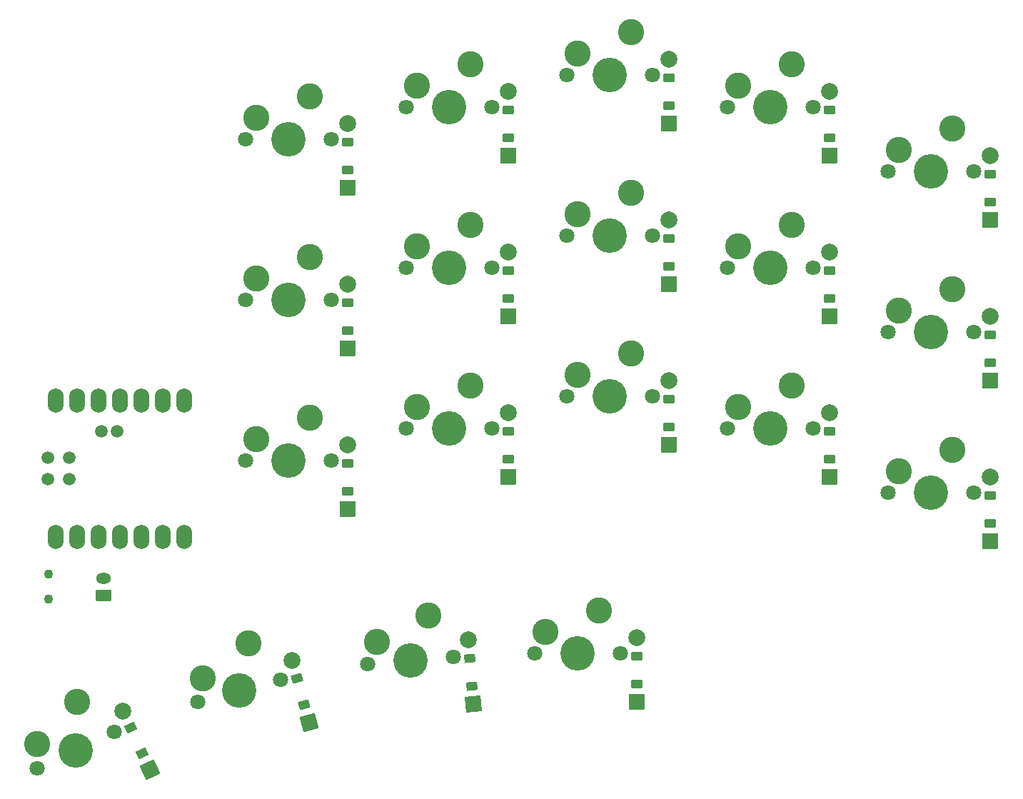
<source format=gbr>
%TF.GenerationSoftware,KiCad,Pcbnew,9.0.6*%
%TF.CreationDate,2026-01-03T00:52:40-08:00*%
%TF.ProjectId,pcb_right,7063625f-7269-4676-9874-2e6b69636164,4.2.1*%
%TF.SameCoordinates,Original*%
%TF.FileFunction,Soldermask,Top*%
%TF.FilePolarity,Negative*%
%FSLAX46Y46*%
G04 Gerber Fmt 4.6, Leading zero omitted, Abs format (unit mm)*
G04 Created by KiCad (PCBNEW 9.0.6) date 2026-01-03 00:52:40*
%MOMM*%
%LPD*%
G01*
G04 APERTURE LIST*
G04 Aperture macros list*
%AMRoundRect*
0 Rectangle with rounded corners*
0 $1 Rounding radius*
0 $2 $3 $4 $5 $6 $7 $8 $9 X,Y pos of 4 corners*
0 Add a 4 corners polygon primitive as box body*
4,1,4,$2,$3,$4,$5,$6,$7,$8,$9,$2,$3,0*
0 Add four circle primitives for the rounded corners*
1,1,$1+$1,$2,$3*
1,1,$1+$1,$4,$5*
1,1,$1+$1,$6,$7*
1,1,$1+$1,$8,$9*
0 Add four rect primitives between the rounded corners*
20,1,$1+$1,$2,$3,$4,$5,0*
20,1,$1+$1,$4,$5,$6,$7,0*
20,1,$1+$1,$6,$7,$8,$9,0*
20,1,$1+$1,$8,$9,$2,$3,0*%
G04 Aperture macros list end*
%ADD10C,1.100000*%
%ADD11C,1.801800*%
%ADD12C,3.100000*%
%ADD13C,4.087800*%
%ADD14RoundRect,0.050000X0.889000X-0.889000X0.889000X0.889000X-0.889000X0.889000X-0.889000X-0.889000X0*%
%ADD15RoundRect,0.050000X0.600000X-0.450000X0.600000X0.450000X-0.600000X0.450000X-0.600000X-0.450000X0*%
%ADD16C,2.005000*%
%ADD17O,1.900000X2.850000*%
%ADD18C,1.497000*%
%ADD19RoundRect,0.050000X1.088798X-0.628618X0.628618X1.088798X-1.088798X0.628618X-0.628618X-1.088798X0*%
%ADD20RoundRect,0.050000X0.696024X-0.279375X0.463087X0.589958X-0.696024X0.279375X-0.463087X-0.589958X0*%
%ADD21RoundRect,0.050000X0.850000X-0.600000X0.850000X0.600000X-0.850000X0.600000X-0.850000X-0.600000X0*%
%ADD22O,1.800000X1.300000*%
%ADD23RoundRect,0.050000X0.963099X-0.808136X0.808136X0.963099X-0.963099X0.808136X-0.808136X-0.963099X0*%
%ADD24RoundRect,0.050000X0.636937X-0.395994X0.558497X0.500581X-0.636937X0.395994X-0.558497X-0.500581X0*%
%ADD25RoundRect,0.050000X1.181415X-0.430000X0.430000X1.181415X-1.181415X0.430000X-0.430000X-1.181415X0*%
%ADD26RoundRect,0.050000X0.733963X-0.154268X0.353606X0.661409X-0.733963X0.154268X-0.353606X-0.661409X0*%
G04 APERTURE END LIST*
D10*
%TO.C,T1*%
X227700000Y-162690000D03*
X227700000Y-159690000D03*
%TD*%
D11*
%TO.C,S15*%
X251120000Y-108090000D03*
D12*
X252390000Y-105550000D03*
D13*
X256200000Y-108090000D03*
D12*
X258740000Y-103010000D03*
D11*
X261280000Y-108090000D03*
%TD*%
D14*
%TO.C,D5*%
X320350000Y-129140000D03*
D15*
X320350000Y-126980000D03*
X320350000Y-123680000D03*
D16*
X320350000Y-121520000D03*
%TD*%
D14*
%TO.C,D2*%
X339400000Y-136760000D03*
D15*
X339400000Y-134600000D03*
X339400000Y-131300000D03*
D16*
X339400000Y-129140000D03*
%TD*%
D14*
%TO.C,D9*%
X301300000Y-106280000D03*
D15*
X301300000Y-104120000D03*
X301300000Y-100820000D03*
D16*
X301300000Y-98660000D03*
%TD*%
D17*
%TO.C,_1*%
X228580000Y-155285000D03*
X231120000Y-155285000D03*
X233660000Y-155285000D03*
X236200000Y-155285000D03*
X238740000Y-155285000D03*
X241280000Y-155285000D03*
X243820000Y-155285000D03*
D18*
X227628000Y-148460000D03*
X230168000Y-148460000D03*
D17*
X243820000Y-139095000D03*
X241280000Y-139095000D03*
X238740000Y-139095000D03*
X236200000Y-139095000D03*
X233660000Y-139095000D03*
X231120000Y-139095000D03*
X228580000Y-139095000D03*
D18*
X227628000Y-145920000D03*
X230168000Y-145920000D03*
X235883000Y-142745000D03*
X233978000Y-142745000D03*
%TD*%
D11*
%TO.C,S11*%
X270170000Y-123330000D03*
D12*
X271440000Y-120790000D03*
D13*
X275250000Y-123330000D03*
D12*
X277790000Y-118250000D03*
D11*
X280330000Y-123330000D03*
%TD*%
%TO.C,S16*%
X285410000Y-169050000D03*
D12*
X286680000Y-166510000D03*
D13*
X290490000Y-169050000D03*
D12*
X293030000Y-163970000D03*
D11*
X295570000Y-169050000D03*
%TD*%
D14*
%TO.C,D14*%
X263200000Y-132950000D03*
D15*
X263200000Y-130790000D03*
X263200000Y-127490000D03*
D16*
X263200000Y-125330000D03*
%TD*%
D11*
%TO.C,S2*%
X327320000Y-130950000D03*
D12*
X328590000Y-128410000D03*
D13*
X332400000Y-130950000D03*
D12*
X334940000Y-125870000D03*
D11*
X337480000Y-130950000D03*
%TD*%
%TO.C,S1*%
X327320000Y-150000000D03*
D12*
X328590000Y-147460000D03*
D13*
X332400000Y-150000000D03*
D12*
X334940000Y-144920000D03*
D11*
X337480000Y-150000000D03*
%TD*%
%TO.C,S3*%
X327320000Y-111900000D03*
D12*
X328590000Y-109360000D03*
D13*
X332400000Y-111900000D03*
D12*
X334940000Y-106820000D03*
D11*
X337480000Y-111900000D03*
%TD*%
D14*
%TO.C,D3*%
X339400000Y-117710000D03*
D15*
X339400000Y-115550000D03*
X339400000Y-112250000D03*
D16*
X339400000Y-110090000D03*
%TD*%
D11*
%TO.C,S6*%
X308270000Y-104280000D03*
D12*
X309540000Y-101740000D03*
D13*
X313350000Y-104280000D03*
D12*
X315890000Y-99200000D03*
D11*
X318430000Y-104280000D03*
%TD*%
D19*
%TO.C,D18*%
X258587017Y-177300420D03*
D20*
X258027965Y-175214021D03*
X257173865Y-172026465D03*
D16*
X256614813Y-169940066D03*
%TD*%
D14*
%TO.C,D15*%
X263200000Y-113900000D03*
D15*
X263200000Y-111740000D03*
X263200000Y-108440000D03*
D16*
X263200000Y-106280000D03*
%TD*%
D11*
%TO.C,S7*%
X289220000Y-138570000D03*
D12*
X290490000Y-136030000D03*
D13*
X294300000Y-138570000D03*
D12*
X296840000Y-133490000D03*
D11*
X299380000Y-138570000D03*
%TD*%
%TO.C,S10*%
X270170000Y-142380000D03*
D12*
X271440000Y-139840000D03*
D13*
X275250000Y-142380000D03*
D12*
X277790000Y-137300000D03*
D11*
X280330000Y-142380000D03*
%TD*%
D14*
%TO.C,D11*%
X282250000Y-129140000D03*
D15*
X282250000Y-126980000D03*
X282250000Y-123680000D03*
D16*
X282250000Y-121520000D03*
%TD*%
D14*
%TO.C,D4*%
X320350000Y-148190000D03*
D15*
X320350000Y-146030000D03*
X320350000Y-142730000D03*
D16*
X320350000Y-140570000D03*
%TD*%
D14*
%TO.C,D16*%
X297490000Y-174860000D03*
D15*
X297490000Y-172700000D03*
X297490000Y-169400000D03*
D16*
X297490000Y-167240000D03*
%TD*%
D11*
%TO.C,S17*%
X265585418Y-170359155D03*
D12*
X266629210Y-167718133D03*
D13*
X270646087Y-169916404D03*
D12*
X272733670Y-164634359D03*
D11*
X275706756Y-169473653D03*
%TD*%
D14*
%TO.C,D8*%
X301300000Y-125330000D03*
D15*
X301300000Y-123170000D03*
X301300000Y-119870000D03*
D16*
X301300000Y-117710000D03*
%TD*%
D14*
%TO.C,D1*%
X339400000Y-155810000D03*
D15*
X339400000Y-153650000D03*
X339400000Y-150350000D03*
D16*
X339400000Y-148190000D03*
%TD*%
D14*
%TO.C,D10*%
X282250000Y-148190000D03*
D15*
X282250000Y-146030000D03*
X282250000Y-142730000D03*
D16*
X282250000Y-140570000D03*
%TD*%
D11*
%TO.C,S19*%
X226324539Y-182705578D03*
D12*
X226402100Y-179866831D03*
D13*
X230928583Y-180558677D03*
D12*
X231083704Y-174881183D03*
D11*
X235532627Y-178411776D03*
%TD*%
D21*
%TO.C,JST1*%
X234200000Y-162190000D03*
D22*
X234200000Y-160190000D03*
%TD*%
D11*
%TO.C,S13*%
X251120000Y-146190000D03*
D12*
X252390000Y-143650000D03*
D13*
X256200000Y-146190000D03*
D12*
X258740000Y-141110000D03*
D11*
X261280000Y-146190000D03*
%TD*%
%TO.C,S9*%
X289220000Y-100470000D03*
D12*
X290490000Y-97930000D03*
D13*
X294300000Y-100470000D03*
D12*
X296840000Y-95390000D03*
D11*
X299380000Y-100470000D03*
%TD*%
%TO.C,S5*%
X308270000Y-123330000D03*
D12*
X309540000Y-120790000D03*
D13*
X313350000Y-123330000D03*
D12*
X315890000Y-118250000D03*
D11*
X318430000Y-123330000D03*
%TD*%
%TO.C,S14*%
X251120000Y-127140000D03*
D12*
X252390000Y-124600000D03*
D13*
X256200000Y-127140000D03*
D12*
X258740000Y-122060000D03*
D11*
X261280000Y-127140000D03*
%TD*%
%TO.C,S12*%
X270170000Y-104280000D03*
D12*
X271440000Y-101740000D03*
D13*
X275250000Y-104280000D03*
D12*
X277790000Y-99200000D03*
D11*
X280330000Y-104280000D03*
%TD*%
D14*
%TO.C,D13*%
X263200000Y-152000000D03*
D15*
X263200000Y-149840000D03*
X263200000Y-146540000D03*
D16*
X263200000Y-144380000D03*
%TD*%
D23*
%TO.C,D17*%
X278125824Y-175094205D03*
D24*
X277937568Y-172942424D03*
X277649954Y-169654982D03*
D16*
X277461698Y-167503201D03*
%TD*%
D14*
%TO.C,D6*%
X320350000Y-110090000D03*
D15*
X320350000Y-107930000D03*
X320350000Y-104630000D03*
D16*
X320350000Y-102470000D03*
%TD*%
D11*
%TO.C,S8*%
X289220000Y-119520000D03*
D12*
X290490000Y-116980000D03*
D13*
X294300000Y-119520000D03*
D12*
X296840000Y-114440000D03*
D11*
X299380000Y-119520000D03*
%TD*%
%TO.C,S18*%
X245414893Y-174814926D03*
D12*
X245984218Y-172032774D03*
D13*
X250321796Y-173500125D03*
D12*
X251460447Y-167935821D03*
D11*
X255228699Y-172185324D03*
%TD*%
D14*
%TO.C,D7*%
X301300000Y-144380000D03*
D15*
X301300000Y-142220000D03*
X301300000Y-138920000D03*
D16*
X301300000Y-136760000D03*
%TD*%
D14*
%TO.C,D12*%
X282250000Y-110090000D03*
D15*
X282250000Y-107930000D03*
X282250000Y-104630000D03*
D16*
X282250000Y-102470000D03*
%TD*%
D25*
%TO.C,D19*%
X239728150Y-182865998D03*
D26*
X238815294Y-180908373D03*
X237420654Y-177917557D03*
D16*
X236507798Y-175959932D03*
%TD*%
D11*
%TO.C,S4*%
X308270000Y-142380000D03*
D12*
X309540000Y-139840000D03*
D13*
X313350000Y-142380000D03*
D12*
X315890000Y-137300000D03*
D11*
X318430000Y-142380000D03*
%TD*%
M02*

</source>
